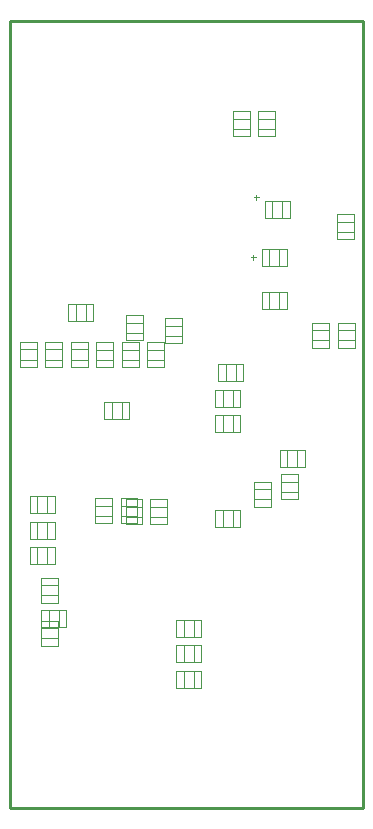
<source format=gm1>
G04*
G04 #@! TF.GenerationSoftware,Altium Limited,Altium Designer,20.0.10 (225)*
G04*
G04 Layer_Color=16711935*
%FSLAX25Y25*%
%MOIN*%
G70*
G01*
G75*
%ADD12C,0.00000*%
%ADD59C,0.01000*%
%ADD90C,0.00394*%
D12*
X86300Y166200D02*
Y171800D01*
X83800D02*
X86300D01*
X83800Y166200D02*
X86300D01*
X89700D02*
Y171800D01*
Y166200D02*
X92200D01*
X89700Y171800D02*
X92200D01*
X86300Y166200D02*
X89700D01*
X92200D02*
Y171800D01*
X86300D02*
X89700D01*
X83800Y166200D02*
Y171800D01*
X69300Y142200D02*
Y147800D01*
X71800D02*
X75200D01*
X77700Y142200D02*
Y147800D01*
X71800Y142200D02*
X75200D01*
Y147800D02*
X77700D01*
X75200Y142200D02*
X77700D01*
X75200D02*
Y147800D01*
X69300Y142200D02*
X71800D01*
X69300Y147800D02*
X71800D01*
Y142200D02*
Y147800D01*
X100700Y155800D02*
X106300D01*
Y153300D02*
Y155800D01*
X100700Y153300D02*
Y155800D01*
Y159200D02*
X106300D01*
X100700D02*
Y161700D01*
X106300Y159200D02*
Y161700D01*
X100700Y155800D02*
Y159200D01*
Y161700D02*
X106300D01*
Y155800D02*
Y159200D01*
X100700Y153300D02*
X106300D01*
X81200Y106200D02*
X86800D01*
Y108700D01*
X81200Y106200D02*
Y108700D01*
Y102800D02*
X86800D01*
X81200Y100300D02*
Y102800D01*
X86800Y100300D02*
Y102800D01*
X81200D02*
Y106200D01*
Y100300D02*
X86800D01*
Y102800D02*
Y106200D01*
X81200Y108700D02*
X86800D01*
X90200Y102800D02*
X95800D01*
X90200Y105300D02*
Y108700D01*
Y111200D02*
X95800D01*
Y105300D02*
Y108700D01*
X90200D02*
Y111200D01*
X95800Y108700D02*
Y111200D01*
X90200Y108700D02*
X95800D01*
Y102800D02*
Y105300D01*
X90200Y102800D02*
Y105300D01*
X95800D01*
X76700Y125372D02*
Y130972D01*
X70800D02*
X74200D01*
X68300Y125372D02*
Y130972D01*
X70800Y125372D02*
X74200D01*
X68300Y130972D02*
X70800D01*
X68300Y125372D02*
X70800D01*
Y130972D01*
X74200Y125372D02*
X76700D01*
X74200Y130972D02*
X76700D01*
X74200Y125372D02*
Y130972D01*
X76700Y133700D02*
Y139300D01*
X70800D02*
X74200D01*
X68300Y133700D02*
Y139300D01*
X70800Y133700D02*
X74200D01*
X68300Y139300D02*
X70800D01*
X68300Y133700D02*
X70800D01*
Y139300D01*
X74200Y133700D02*
X76700D01*
X74200Y139300D02*
X76700D01*
X74200Y133700D02*
Y139300D01*
X46700Y97000D02*
X52300D01*
Y94500D02*
Y97000D01*
X46700Y94500D02*
Y97000D01*
Y100400D02*
X52300D01*
X46700D02*
Y102900D01*
X52300Y100400D02*
Y102900D01*
X46700Y97000D02*
Y100400D01*
Y102900D02*
X52300D01*
Y97000D02*
Y100400D01*
X46700Y94500D02*
X52300D01*
X38372D02*
X43972D01*
Y97000D02*
Y100400D01*
X38372Y102900D02*
X43972D01*
X38372Y97000D02*
Y100400D01*
X43972D02*
Y102900D01*
X38372Y100400D02*
Y102900D01*
Y100400D02*
X43972D01*
X38372Y94500D02*
Y97000D01*
X43972Y94500D02*
Y97000D01*
X38372D02*
X43972D01*
X36733Y97300D02*
X42333D01*
X36733Y94800D02*
Y97300D01*
X42333Y94800D02*
Y97300D01*
X36733Y100700D02*
X42333D01*
Y103200D01*
X36733Y100700D02*
Y103200D01*
X42333Y97300D02*
Y100700D01*
X36733Y103200D02*
X42333D01*
X36733Y97300D02*
Y100700D01*
Y94800D02*
X42333D01*
X28232Y97300D02*
X33832D01*
X28232Y94800D02*
Y97300D01*
X33832Y94800D02*
Y97300D01*
X28232Y100700D02*
X33832D01*
Y103200D01*
X28232Y100700D02*
Y103200D01*
X33832Y97300D02*
Y100700D01*
X28232Y103200D02*
X33832D01*
X28232Y97300D02*
Y100700D01*
Y94800D02*
X33832D01*
X37200Y149324D02*
X42800D01*
X37200Y146824D02*
Y149324D01*
X42800Y146824D02*
Y149324D01*
X37200Y152724D02*
X42800D01*
Y155224D01*
X37200Y152724D02*
Y155224D01*
X42800Y149324D02*
Y152724D01*
X37200Y155224D02*
X42800D01*
X37200Y149324D02*
Y152724D01*
Y146824D02*
X42800D01*
X38700Y158300D02*
X44300D01*
Y155800D02*
Y158300D01*
X38700Y155800D02*
Y158300D01*
Y161700D02*
X44300D01*
X38700D02*
Y164200D01*
X44300Y161700D02*
Y164200D01*
X38700Y158300D02*
Y161700D01*
Y164200D02*
X44300D01*
Y158300D02*
Y161700D01*
X38700Y155800D02*
X44300D01*
X51700Y157300D02*
X57300D01*
Y154800D02*
Y157300D01*
X51700Y154800D02*
Y157300D01*
Y160700D02*
X57300D01*
X51700D02*
Y163200D01*
X57300Y160700D02*
Y163200D01*
X51700Y157300D02*
Y160700D01*
Y163200D02*
X57300D01*
Y157300D02*
Y160700D01*
X51700Y154800D02*
X57300D01*
X45528Y149324D02*
X51128D01*
X45528Y146824D02*
Y149324D01*
X51128Y146824D02*
Y149324D01*
X45528Y152724D02*
X51128D01*
Y155224D01*
X45528Y152724D02*
Y155224D01*
X51128Y149324D02*
Y152724D01*
X45528Y155224D02*
X51128D01*
X45528Y149324D02*
Y152724D01*
Y146824D02*
X51128D01*
X19300Y162200D02*
Y167800D01*
X21800Y162200D02*
X25200D01*
X27700D02*
Y167800D01*
X21800D02*
X25200D01*
Y162200D02*
X27700D01*
X25200Y167800D02*
X27700D01*
X25200Y162200D02*
Y167800D01*
X19300D02*
X21800D01*
X19300Y162200D02*
X21800D01*
Y167800D01*
X8900Y81200D02*
Y86800D01*
X6400D02*
X8900D01*
X6400Y81200D02*
X8900D01*
X12300D02*
Y86800D01*
Y81200D02*
X14800D01*
X12300Y86800D02*
X14800D01*
X8900Y81200D02*
X12300D01*
X14800D02*
Y86800D01*
X8900D02*
X12300D01*
X6400Y81200D02*
Y86800D01*
X10200Y70800D02*
X15800D01*
Y68300D02*
Y70800D01*
X10200Y68300D02*
Y70800D01*
Y74200D02*
X15800D01*
X10200D02*
Y76700D01*
X15800Y74200D02*
Y76700D01*
X10200Y70800D02*
Y74200D01*
Y76700D02*
X15800D01*
Y70800D02*
Y74200D01*
X10200Y68300D02*
X15800D01*
X28700Y146800D02*
X34300D01*
X28700Y149300D02*
Y152700D01*
Y155200D02*
X34300D01*
Y149300D02*
Y152700D01*
X28700D02*
Y155200D01*
X34300Y152700D02*
Y155200D01*
X28700Y152700D02*
X34300D01*
Y146800D02*
Y149300D01*
X28700Y146800D02*
Y149300D01*
X34300D01*
X20200Y152763D02*
X25800D01*
Y155263D01*
X20200Y152763D02*
Y155263D01*
Y149363D02*
X25800D01*
X20200Y146863D02*
Y149363D01*
X25800Y146863D02*
Y149363D01*
X20200D02*
Y152763D01*
Y146863D02*
X25800D01*
Y149363D02*
Y152763D01*
X20200Y155263D02*
X25800D01*
X3200D02*
X8800D01*
Y149363D02*
Y152763D01*
X3200Y146863D02*
X8800D01*
X3200Y149363D02*
Y152763D01*
X8800Y146863D02*
Y149363D01*
X3200Y146863D02*
Y149363D01*
X8800D01*
X3200Y152763D02*
Y155263D01*
X8800Y152763D02*
Y155263D01*
X3200Y152763D02*
X8800D01*
X11700D02*
X17300D01*
Y155263D01*
X11700Y152763D02*
Y155263D01*
Y149363D02*
X17300D01*
X11700Y146863D02*
Y149363D01*
X17300Y146863D02*
Y149363D01*
X11700D02*
Y152763D01*
Y146863D02*
X17300D01*
Y149363D02*
Y152763D01*
X11700Y155263D02*
X17300D01*
X37200Y129700D02*
Y135300D01*
X39700D01*
X37200Y129700D02*
X39700D01*
X33800D02*
Y135300D01*
X31300Y129700D02*
X33800D01*
X31300Y135300D02*
X33800D01*
Y129700D02*
X37200D01*
X31300D02*
Y135300D01*
X33800D02*
X37200D01*
X39700Y129700D02*
Y135300D01*
X12300Y98200D02*
Y103800D01*
Y98200D02*
X14800D01*
X12300Y103800D02*
X14800D01*
X8900Y98200D02*
Y103800D01*
X6400D02*
X8900D01*
X6400Y98200D02*
X8900D01*
Y103800D02*
X12300D01*
X6400Y98200D02*
Y103800D01*
X8900Y98200D02*
X12300D01*
X14800D02*
Y103800D01*
X12300Y89646D02*
Y95246D01*
Y89646D02*
X14800D01*
X12300Y95246D02*
X14800D01*
X8900Y89646D02*
Y95246D01*
X6400D02*
X8900D01*
X6400Y89646D02*
X8900D01*
Y95246D02*
X12300D01*
X6400Y89646D02*
Y95246D01*
X8900Y89646D02*
X12300D01*
X14800D02*
Y95246D01*
X16200Y60200D02*
Y65800D01*
Y60200D02*
X18700D01*
X16200Y65800D02*
X18700D01*
X12800Y60200D02*
Y65800D01*
X10300D02*
X12800D01*
X10300Y60200D02*
X12800D01*
Y65800D02*
X16200D01*
X10300Y60200D02*
Y65800D01*
X12800Y60200D02*
X16200D01*
X18700D02*
Y65800D01*
X68300Y93700D02*
Y99300D01*
X70800D02*
X74200D01*
X76700Y93700D02*
Y99300D01*
X70800Y93700D02*
X74200D01*
Y99300D02*
X76700D01*
X74200Y93700D02*
X76700D01*
X74200D02*
Y99300D01*
X68300Y93700D02*
X70800D01*
X68300Y99300D02*
X70800D01*
Y93700D02*
Y99300D01*
X109200Y159200D02*
X114800D01*
X109200D02*
Y161700D01*
X114800Y159200D02*
Y161700D01*
X109200Y155800D02*
X114800D01*
Y153300D02*
Y155800D01*
X109200Y153300D02*
Y155800D01*
X114800D02*
Y159200D01*
X109200Y153300D02*
X114800D01*
X109200Y155800D02*
Y159200D01*
Y161700D02*
X114800D01*
X74200Y226300D02*
X79800D01*
Y223800D02*
Y226300D01*
X74200Y223800D02*
Y226300D01*
Y229700D02*
X79800D01*
X74200D02*
Y232200D01*
X79800Y229700D02*
Y232200D01*
X74200Y226300D02*
Y229700D01*
Y232200D02*
X79800D01*
Y226300D02*
Y229700D01*
X74200Y223800D02*
X79800D01*
X86300Y180700D02*
Y186300D01*
X83800Y180700D02*
X86300D01*
X83800Y186300D02*
X86300D01*
X89700Y180700D02*
Y186300D01*
X92200D01*
X89700Y180700D02*
X92200D01*
X86300Y186300D02*
X89700D01*
X92200Y180700D02*
Y186300D01*
X86300Y180700D02*
X89700D01*
X83800D02*
Y186300D01*
X108900Y195369D02*
X114500D01*
X108900D02*
Y197869D01*
X114500Y195369D02*
Y197869D01*
X108900Y191969D02*
X114500D01*
Y189469D02*
Y191969D01*
X108900Y189469D02*
Y191969D01*
X114500D02*
Y195369D01*
X108900Y189469D02*
X114500D01*
X108900Y191969D02*
Y195369D01*
Y197869D02*
X114500D01*
X10200Y59849D02*
X15800D01*
X10200D02*
Y62349D01*
X15800Y59849D02*
Y62349D01*
X10200Y56449D02*
X15800D01*
Y53949D02*
Y56449D01*
X10200Y53949D02*
Y56449D01*
X15800D02*
Y59849D01*
X10200Y53949D02*
X15800D01*
X10200Y56449D02*
Y59849D01*
Y62349D02*
X15800D01*
X89800Y113700D02*
Y119300D01*
X92300Y113700D02*
X95700D01*
X98200D02*
Y119300D01*
X92300D02*
X95700D01*
Y113700D02*
X98200D01*
X95700Y119300D02*
X98200D01*
X95700Y113700D02*
Y119300D01*
X89800D02*
X92300D01*
X89800Y113700D02*
X92300D01*
Y119300D01*
X55300Y57079D02*
Y62679D01*
X57800D02*
X61200D01*
X63700Y57079D02*
Y62679D01*
X57800Y57079D02*
X61200D01*
Y62679D02*
X63700D01*
X61200Y57079D02*
X63700D01*
X61200D02*
Y62679D01*
X55300Y57079D02*
X57800D01*
X55300Y62679D02*
X57800D01*
Y57079D02*
Y62679D01*
X55300Y48579D02*
Y54179D01*
X57800D02*
X61200D01*
X63700Y48579D02*
Y54179D01*
X57800Y48579D02*
X61200D01*
Y54179D02*
X63700D01*
X61200Y48579D02*
X63700D01*
X61200D02*
Y54179D01*
X55300Y48579D02*
X57800D01*
X55300Y54179D02*
X57800D01*
Y48579D02*
Y54179D01*
X63700Y40079D02*
Y45679D01*
X57800Y40079D02*
X61200D01*
X55300D02*
Y45679D01*
X57800D02*
X61200D01*
X55300Y40079D02*
X57800D01*
X55300Y45679D02*
X57800D01*
Y40079D02*
Y45679D01*
X61200D02*
X63700D01*
X61200Y40079D02*
X63700D01*
X61200D02*
Y45679D01*
X82700Y226300D02*
X88300D01*
Y223800D02*
Y226300D01*
X82700Y223800D02*
Y226300D01*
Y229700D02*
X88300D01*
X82700D02*
Y232200D01*
X88300Y229700D02*
Y232200D01*
X82700Y226300D02*
Y229700D01*
Y232200D02*
X88300D01*
Y226300D02*
Y229700D01*
X82700Y223800D02*
X88300D01*
X84800Y196500D02*
Y202100D01*
X87300Y196500D02*
X90700D01*
X93200D02*
Y202100D01*
X87300D02*
X90700D01*
Y196500D02*
X93200D01*
X90700Y202100D02*
X93200D01*
X90700Y196500D02*
Y202100D01*
X84800D02*
X87300D01*
X84800Y196500D02*
X87300D01*
Y202100D01*
D59*
X117500Y262121D02*
X117500Y0D01*
X0D02*
X117500D01*
X0D02*
Y262121D01*
X117500D01*
D90*
X81213Y203500D02*
X82787D01*
X82000Y202713D02*
Y204287D01*
X81000Y182713D02*
Y184287D01*
X80213Y183500D02*
X81787D01*
M02*

</source>
